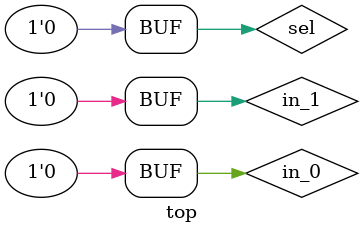
<source format=sv>
module top();
  bit in_0,in_1,sel;
  wire out;
  mux2_1 m0(in_0,in_1,sel,out);
 
  initial
    begin
    $dumpfile("dump.vcd"); $dumpvars;
      for(int i=0; i<=(8); i++)
        	#10
  			{sel,in_1, in_0}=i;
    end
  
endmodule

</source>
